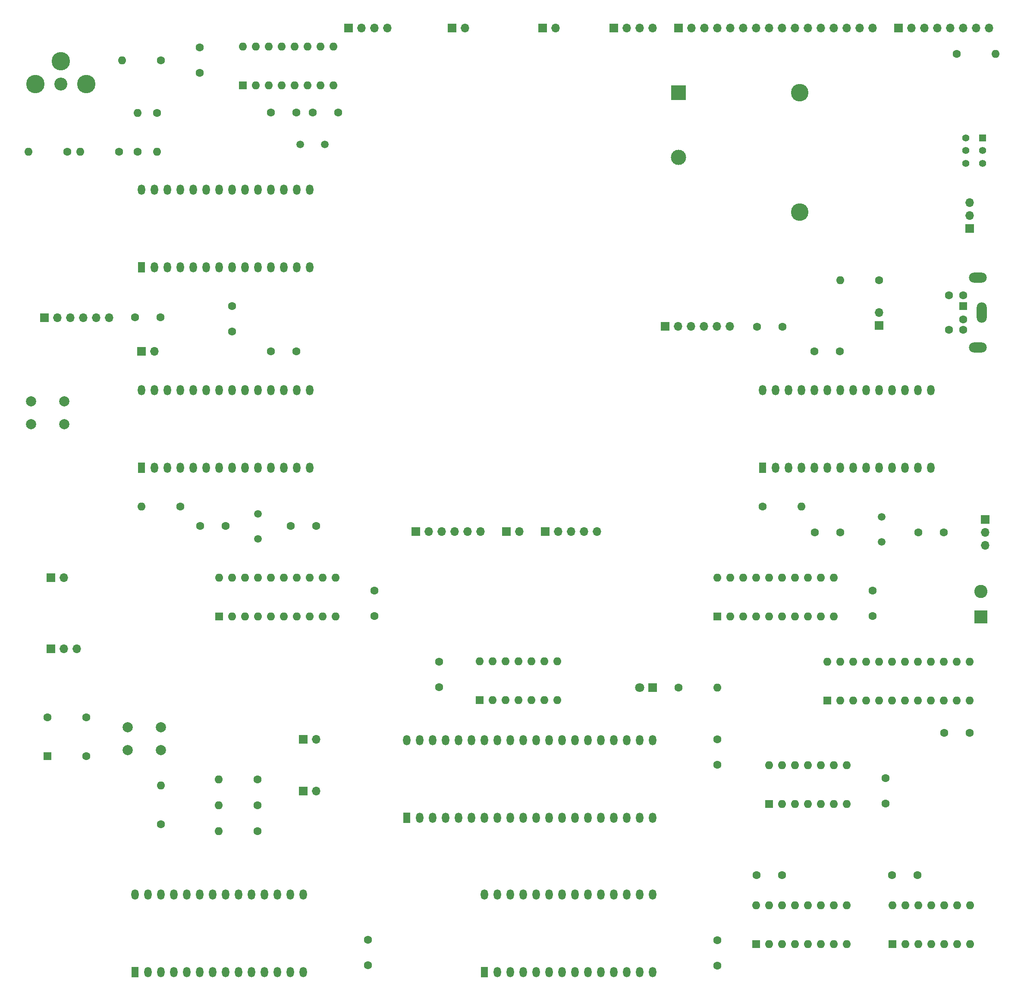
<source format=gbs>
G04 #@! TF.GenerationSoftware,KiCad,Pcbnew,(5.1.7)-1*
G04 #@! TF.CreationDate,2020-12-04T08:14:49+03:00*
G04 #@! TF.ProjectId,SmartyKitPCB,536d6172-7479-44b6-9974-5043422e6b69,rev?*
G04 #@! TF.SameCoordinates,Original*
G04 #@! TF.FileFunction,Soldermask,Bot*
G04 #@! TF.FilePolarity,Negative*
%FSLAX46Y46*%
G04 Gerber Fmt 4.6, Leading zero omitted, Abs format (unit mm)*
G04 Created by KiCad (PCBNEW (5.1.7)-1) date 2020-12-04 08:14:49*
%MOMM*%
%LPD*%
G01*
G04 APERTURE LIST*
%ADD10C,2.600000*%
%ADD11R,2.600000X2.600000*%
%ADD12O,1.700000X1.700000*%
%ADD13R,1.700000X1.700000*%
%ADD14O,1.440000X2.000000*%
%ADD15R,1.440000X2.000000*%
%ADD16O,1.600000X1.600000*%
%ADD17C,1.600000*%
%ADD18R,1.600000X1.600000*%
%ADD19C,1.500000*%
%ADD20C,2.000000*%
%ADD21C,3.616000*%
%ADD22C,2.550000*%
%ADD23C,1.800000*%
%ADD24R,1.800000X1.800000*%
%ADD25C,1.400000*%
%ADD26R,1.400000X1.400000*%
%ADD27O,2.000000X4.000000*%
%ADD28O,3.500000X2.000000*%
%ADD29C,3.450000*%
%ADD30C,3.000000*%
%ADD31R,3.000000X3.000000*%
G04 APERTURE END LIST*
D10*
X489839000Y-113237000D03*
D11*
X489839000Y-118237000D03*
D12*
X490728000Y-104140000D03*
X490728000Y-101600000D03*
D13*
X490728000Y-99060000D03*
D14*
X425462000Y-142400000D03*
X425462000Y-157640000D03*
X422922000Y-142400000D03*
X422922000Y-157640000D03*
X420382000Y-142400000D03*
X420382000Y-157640000D03*
X417842000Y-142400000D03*
X417842000Y-157640000D03*
X415302000Y-142400000D03*
X415302000Y-157640000D03*
X412762000Y-142400000D03*
X412762000Y-157640000D03*
X410222000Y-142400000D03*
X410222000Y-157640000D03*
X407682000Y-142400000D03*
X407682000Y-157640000D03*
X405142000Y-142400000D03*
X405142000Y-157640000D03*
X402602000Y-142400000D03*
X402602000Y-157640000D03*
X400062000Y-142400000D03*
X400062000Y-157640000D03*
X397522000Y-142400000D03*
X397522000Y-157640000D03*
X394982000Y-142400000D03*
X394982000Y-157640000D03*
X392442000Y-142400000D03*
X392442000Y-157640000D03*
X389902000Y-142400000D03*
X389902000Y-157640000D03*
X387362000Y-142400000D03*
X387362000Y-157640000D03*
X384822000Y-142400000D03*
X384822000Y-157640000D03*
X382282000Y-142400000D03*
X382282000Y-157640000D03*
X379742000Y-142400000D03*
X379742000Y-157640000D03*
X377202000Y-142400000D03*
D15*
X377202000Y-157640000D03*
D14*
X356870000Y-172720000D03*
X356870000Y-187960000D03*
X354330000Y-172720000D03*
X354330000Y-187960000D03*
X351790000Y-172720000D03*
X351790000Y-187960000D03*
X349250000Y-172720000D03*
X349250000Y-187960000D03*
X346710000Y-172720000D03*
X346710000Y-187960000D03*
X344170000Y-172720000D03*
X344170000Y-187960000D03*
X341630000Y-172720000D03*
X341630000Y-187960000D03*
X339090000Y-172720000D03*
X339090000Y-187960000D03*
X336550000Y-172720000D03*
X336550000Y-187960000D03*
X334010000Y-172720000D03*
X334010000Y-187960000D03*
X331470000Y-172720000D03*
X331470000Y-187960000D03*
X328930000Y-172720000D03*
X328930000Y-187960000D03*
X326390000Y-172720000D03*
X326390000Y-187960000D03*
X323850000Y-172720000D03*
D15*
X323850000Y-187960000D03*
D14*
X358140000Y-34290000D03*
X358140000Y-49530000D03*
X355600000Y-34290000D03*
X355600000Y-49530000D03*
X353060000Y-34290000D03*
X353060000Y-49530000D03*
X350520000Y-34290000D03*
X350520000Y-49530000D03*
X347980000Y-34290000D03*
X347980000Y-49530000D03*
X345440000Y-34290000D03*
X345440000Y-49530000D03*
X342900000Y-34290000D03*
X342900000Y-49530000D03*
X340360000Y-34290000D03*
X340360000Y-49530000D03*
X337820000Y-34290000D03*
X337820000Y-49530000D03*
X335280000Y-34290000D03*
X335280000Y-49530000D03*
X332740000Y-34290000D03*
X332740000Y-49530000D03*
X330200000Y-34290000D03*
X330200000Y-49530000D03*
X327660000Y-34290000D03*
X327660000Y-49530000D03*
X325120000Y-34290000D03*
D15*
X325120000Y-49530000D03*
D14*
X480060000Y-73660000D03*
X480060000Y-88900000D03*
X477520000Y-73660000D03*
X477520000Y-88900000D03*
X474980000Y-73660000D03*
X474980000Y-88900000D03*
X472440000Y-73660000D03*
X472440000Y-88900000D03*
X469900000Y-73660000D03*
X469900000Y-88900000D03*
X467360000Y-73660000D03*
X467360000Y-88900000D03*
X464820000Y-73660000D03*
X464820000Y-88900000D03*
X462280000Y-73660000D03*
X462280000Y-88900000D03*
X459740000Y-73660000D03*
X459740000Y-88900000D03*
X457200000Y-73660000D03*
X457200000Y-88900000D03*
X454660000Y-73660000D03*
X454660000Y-88900000D03*
X452120000Y-73660000D03*
X452120000Y-88900000D03*
X449580000Y-73660000D03*
X449580000Y-88900000D03*
X447040000Y-73660000D03*
D15*
X447040000Y-88900000D03*
D14*
X358140000Y-73660000D03*
X358140000Y-88900000D03*
X355600000Y-73660000D03*
X355600000Y-88900000D03*
X353060000Y-73660000D03*
X353060000Y-88900000D03*
X350520000Y-73660000D03*
X350520000Y-88900000D03*
X347980000Y-73660000D03*
X347980000Y-88900000D03*
X345440000Y-73660000D03*
X345440000Y-88900000D03*
X342900000Y-73660000D03*
X342900000Y-88900000D03*
X340360000Y-73660000D03*
X340360000Y-88900000D03*
X337820000Y-73660000D03*
X337820000Y-88900000D03*
X335280000Y-73660000D03*
X335280000Y-88900000D03*
X332740000Y-73660000D03*
X332740000Y-88900000D03*
X330200000Y-73660000D03*
X330200000Y-88900000D03*
X327660000Y-73660000D03*
X327660000Y-88900000D03*
X325120000Y-73660000D03*
D15*
X325120000Y-88900000D03*
D14*
X425450000Y-172720000D03*
X425450000Y-187960000D03*
X422910000Y-172720000D03*
X422910000Y-187960000D03*
X420370000Y-172720000D03*
X420370000Y-187960000D03*
X417830000Y-172720000D03*
X417830000Y-187960000D03*
X415290000Y-172720000D03*
X415290000Y-187960000D03*
X412750000Y-172720000D03*
X412750000Y-187960000D03*
X410210000Y-172720000D03*
X410210000Y-187960000D03*
X407670000Y-172720000D03*
X407670000Y-187960000D03*
X405130000Y-172720000D03*
X405130000Y-187960000D03*
X402590000Y-172720000D03*
X402590000Y-187960000D03*
X400050000Y-172720000D03*
X400050000Y-187960000D03*
X397510000Y-172720000D03*
X397510000Y-187960000D03*
X394970000Y-172720000D03*
X394970000Y-187960000D03*
X392430000Y-172720000D03*
D15*
X392430000Y-187960000D03*
D12*
X406400000Y-2540000D03*
D13*
X403860000Y-2540000D03*
D12*
X388620000Y-2540000D03*
D13*
X386080000Y-2540000D03*
D16*
X438150000Y-132080000D03*
D17*
X430530000Y-132080000D03*
D12*
X373380000Y-2540000D03*
X370840000Y-2540000D03*
X368300000Y-2540000D03*
D13*
X365760000Y-2540000D03*
D12*
X425450000Y-2540000D03*
X422910000Y-2540000D03*
X420370000Y-2540000D03*
D13*
X417830000Y-2540000D03*
D12*
X491490000Y-2540000D03*
X488950000Y-2540000D03*
X486410000Y-2540000D03*
X483870000Y-2540000D03*
X481330000Y-2540000D03*
X478790000Y-2540000D03*
X476250000Y-2540000D03*
D13*
X473710000Y-2540000D03*
D12*
X468630000Y-2540000D03*
X466090000Y-2540000D03*
X463550000Y-2540000D03*
X461010000Y-2540000D03*
X458470000Y-2540000D03*
X455930000Y-2540000D03*
X453390000Y-2540000D03*
X450850000Y-2540000D03*
X448310000Y-2540000D03*
X445770000Y-2540000D03*
X443230000Y-2540000D03*
X440690000Y-2540000D03*
X438150000Y-2540000D03*
X435610000Y-2540000D03*
X433070000Y-2540000D03*
D13*
X430530000Y-2540000D03*
D16*
X462280000Y-52070000D03*
D17*
X469900000Y-52070000D03*
D12*
X469900000Y-58420000D03*
D13*
X469900000Y-60960000D03*
D12*
X487680000Y-36830000D03*
X487680000Y-39370000D03*
D13*
X487680000Y-41910000D03*
D17*
X355520000Y-66040000D03*
X350520000Y-66040000D03*
X462200000Y-66040000D03*
X457200000Y-66040000D03*
X438150000Y-181690000D03*
X438150000Y-186690000D03*
X369570000Y-186610000D03*
X369570000Y-181610000D03*
D12*
X309880000Y-110490000D03*
D13*
X307340000Y-110490000D03*
D12*
X312420000Y-124460000D03*
X309880000Y-124460000D03*
D13*
X307340000Y-124460000D03*
D17*
X336550000Y-11350000D03*
X336550000Y-6350000D03*
X342900000Y-62150000D03*
X342900000Y-57150000D03*
X482680000Y-140970000D03*
X487680000Y-140970000D03*
X445850000Y-168910000D03*
X450850000Y-168910000D03*
X468630000Y-118030000D03*
X468630000Y-113030000D03*
X438150000Y-147240000D03*
X438150000Y-142240000D03*
X370840000Y-118030000D03*
X370840000Y-113030000D03*
D16*
X321310000Y-8890000D03*
D17*
X328930000Y-8890000D03*
D16*
X345000000Y-6150000D03*
X362780000Y-13770000D03*
X347540000Y-6150000D03*
X360240000Y-13770000D03*
X350080000Y-6150000D03*
X357700000Y-13770000D03*
X352620000Y-6150000D03*
X355160000Y-13770000D03*
X355160000Y-6150000D03*
X352620000Y-13770000D03*
X357700000Y-6150000D03*
X350080000Y-13770000D03*
X360240000Y-6150000D03*
X347540000Y-13770000D03*
X362780000Y-6150000D03*
D18*
X345000000Y-13770000D03*
D12*
X359410000Y-152400000D03*
D13*
X356870000Y-152400000D03*
D12*
X359410000Y-142240000D03*
D13*
X356870000Y-142240000D03*
D19*
X356235000Y-25400000D03*
X361115000Y-25400000D03*
D16*
X328180000Y-26830000D03*
D17*
X328180000Y-19210000D03*
D16*
X324370000Y-19210000D03*
D17*
X324370000Y-26830000D03*
X350515000Y-19180000D03*
X355515000Y-19180000D03*
X358665000Y-19180000D03*
X363665000Y-19180000D03*
D12*
X440575000Y-61120000D03*
X438035000Y-61120000D03*
X435495000Y-61120000D03*
X432955000Y-61120000D03*
X430415000Y-61120000D03*
D13*
X427875000Y-61120000D03*
D12*
X318742000Y-59469000D03*
X316202000Y-59469000D03*
X313662000Y-59469000D03*
X311122000Y-59469000D03*
X308582000Y-59469000D03*
D13*
X306042000Y-59469000D03*
D17*
X450909000Y-61247000D03*
X445909000Y-61247000D03*
X328822000Y-59342000D03*
X323822000Y-59342000D03*
D20*
X309915000Y-75852000D03*
X309915000Y-80352000D03*
X303415000Y-75852000D03*
X303415000Y-80352000D03*
D19*
X347980000Y-97990000D03*
X347980000Y-102870000D03*
D16*
X325120000Y-96520000D03*
D17*
X332740000Y-96520000D03*
X336630000Y-100330000D03*
X341630000Y-100330000D03*
X354410000Y-100330000D03*
X359410000Y-100330000D03*
D16*
X313067000Y-26830000D03*
D17*
X320687000Y-26830000D03*
D16*
X302907000Y-26830000D03*
D17*
X310527000Y-26830000D03*
D21*
X309245000Y-9070000D03*
X304245000Y-13570000D03*
X314245000Y-13570000D03*
D22*
X309245000Y-13570000D03*
D12*
X327660000Y-66040000D03*
D13*
X325120000Y-66040000D03*
D12*
X391664000Y-101406000D03*
X389124000Y-101406000D03*
X386584000Y-101406000D03*
X384044000Y-101406000D03*
X381504000Y-101406000D03*
D13*
X378964000Y-101406000D03*
D12*
X414524000Y-101406000D03*
X411984000Y-101406000D03*
X409444000Y-101406000D03*
X406904000Y-101406000D03*
D13*
X404364000Y-101406000D03*
D12*
X399284000Y-101406000D03*
D13*
X396744000Y-101406000D03*
D23*
X422910000Y-132080000D03*
D24*
X425450000Y-132080000D03*
D25*
X486920000Y-29130000D03*
X486920000Y-26630000D03*
X486920000Y-24130000D03*
X490220000Y-29130000D03*
X490220000Y-26630000D03*
D26*
X490220000Y-24130000D03*
D16*
X492760000Y-7620000D03*
D17*
X485140000Y-7620000D03*
X477440000Y-168910000D03*
X472440000Y-168910000D03*
X471170000Y-154860000D03*
X471170000Y-149860000D03*
X383540000Y-132000000D03*
X383540000Y-127000000D03*
D19*
X470420000Y-103465000D03*
X470420000Y-98585000D03*
D16*
X454660000Y-96520000D03*
D17*
X447040000Y-96520000D03*
D16*
X340260000Y-160258000D03*
D17*
X347880000Y-160258000D03*
D16*
X340260000Y-150098000D03*
D17*
X347880000Y-150098000D03*
D16*
X340260000Y-155178000D03*
D17*
X347880000Y-155178000D03*
X457280000Y-101600000D03*
X462280000Y-101600000D03*
X477600000Y-101600000D03*
X482600000Y-101600000D03*
D27*
X490060000Y-58450000D03*
D17*
X483610000Y-61850000D03*
X483610000Y-55050000D03*
X486410000Y-61850000D03*
X486410000Y-55050000D03*
X486410000Y-59750000D03*
D18*
X486410000Y-57150000D03*
D28*
X489260000Y-51600000D03*
X489260000Y-65300000D03*
D16*
X391477000Y-126922000D03*
X406717000Y-134542000D03*
X394017000Y-126922000D03*
X404177000Y-134542000D03*
X396557000Y-126922000D03*
X401637000Y-134542000D03*
X399097000Y-126922000D03*
X399097000Y-134542000D03*
X401637000Y-126922000D03*
X396557000Y-134542000D03*
X404177000Y-126922000D03*
X394017000Y-134542000D03*
X406717000Y-126922000D03*
D18*
X391477000Y-134542000D03*
D16*
X340360000Y-110490000D03*
X363220000Y-118110000D03*
X342900000Y-110490000D03*
X360680000Y-118110000D03*
X345440000Y-110490000D03*
X358140000Y-118110000D03*
X347980000Y-110490000D03*
X355600000Y-118110000D03*
X350520000Y-110490000D03*
X353060000Y-118110000D03*
X353060000Y-110490000D03*
X350520000Y-118110000D03*
X355600000Y-110490000D03*
X347980000Y-118110000D03*
X358140000Y-110490000D03*
X345440000Y-118110000D03*
X360680000Y-110490000D03*
X342900000Y-118110000D03*
X363220000Y-110490000D03*
D18*
X340360000Y-118110000D03*
D16*
X438150000Y-110490000D03*
X461010000Y-118110000D03*
X440690000Y-110490000D03*
X458470000Y-118110000D03*
X443230000Y-110490000D03*
X455930000Y-118110000D03*
X445770000Y-110490000D03*
X453390000Y-118110000D03*
X448310000Y-110490000D03*
X450850000Y-118110000D03*
X450850000Y-110490000D03*
X448310000Y-118110000D03*
X453390000Y-110490000D03*
X445770000Y-118110000D03*
X455930000Y-110490000D03*
X443230000Y-118110000D03*
X458470000Y-110490000D03*
X440690000Y-118110000D03*
X461010000Y-110490000D03*
D18*
X438150000Y-118110000D03*
D16*
X459740000Y-127000000D03*
X487680000Y-134620000D03*
X462280000Y-127000000D03*
X485140000Y-134620000D03*
X464820000Y-127000000D03*
X482600000Y-134620000D03*
X467360000Y-127000000D03*
X480060000Y-134620000D03*
X469900000Y-127000000D03*
X477520000Y-134620000D03*
X472440000Y-127000000D03*
X474980000Y-134620000D03*
X474980000Y-127000000D03*
X472440000Y-134620000D03*
X477520000Y-127000000D03*
X469900000Y-134620000D03*
X480060000Y-127000000D03*
X467360000Y-134620000D03*
X482600000Y-127000000D03*
X464820000Y-134620000D03*
X485140000Y-127000000D03*
X462280000Y-134620000D03*
X487680000Y-127000000D03*
D18*
X459740000Y-134620000D03*
D16*
X472500000Y-174880000D03*
X487740000Y-182500000D03*
X475040000Y-174880000D03*
X485200000Y-182500000D03*
X477580000Y-174880000D03*
X482660000Y-182500000D03*
X480120000Y-174880000D03*
X480120000Y-182500000D03*
X482660000Y-174880000D03*
X477580000Y-182500000D03*
X485200000Y-174880000D03*
X475040000Y-182500000D03*
X487740000Y-174880000D03*
D18*
X472500000Y-182500000D03*
D16*
X445770000Y-174880000D03*
X463550000Y-182500000D03*
X448310000Y-174880000D03*
X461010000Y-182500000D03*
X450850000Y-174880000D03*
X458470000Y-182500000D03*
X453390000Y-174880000D03*
X455930000Y-182500000D03*
X455930000Y-174880000D03*
X453390000Y-182500000D03*
X458470000Y-174880000D03*
X450850000Y-182500000D03*
X461010000Y-174880000D03*
X448310000Y-182500000D03*
X463550000Y-174880000D03*
D18*
X445770000Y-182500000D03*
D16*
X448310000Y-147320000D03*
X463550000Y-154940000D03*
X450850000Y-147320000D03*
X461010000Y-154940000D03*
X453390000Y-147320000D03*
X458470000Y-154940000D03*
X455930000Y-147320000D03*
X455930000Y-154940000D03*
X458470000Y-147320000D03*
X453390000Y-154940000D03*
X461010000Y-147320000D03*
X450850000Y-154940000D03*
X463550000Y-147320000D03*
D18*
X448310000Y-154940000D03*
D16*
X328942000Y-151290000D03*
D17*
X328942000Y-158910000D03*
D20*
X328912000Y-139860000D03*
X328912000Y-144360000D03*
X322412000Y-139860000D03*
X322412000Y-144360000D03*
D29*
X454250000Y-38740000D03*
X454250000Y-15240000D03*
D30*
X430530000Y-27940000D03*
D31*
X430530000Y-15240000D03*
D17*
X314292000Y-145560000D03*
X314292000Y-137940000D03*
X306672000Y-137940000D03*
D18*
X306672000Y-145560000D03*
M02*

</source>
